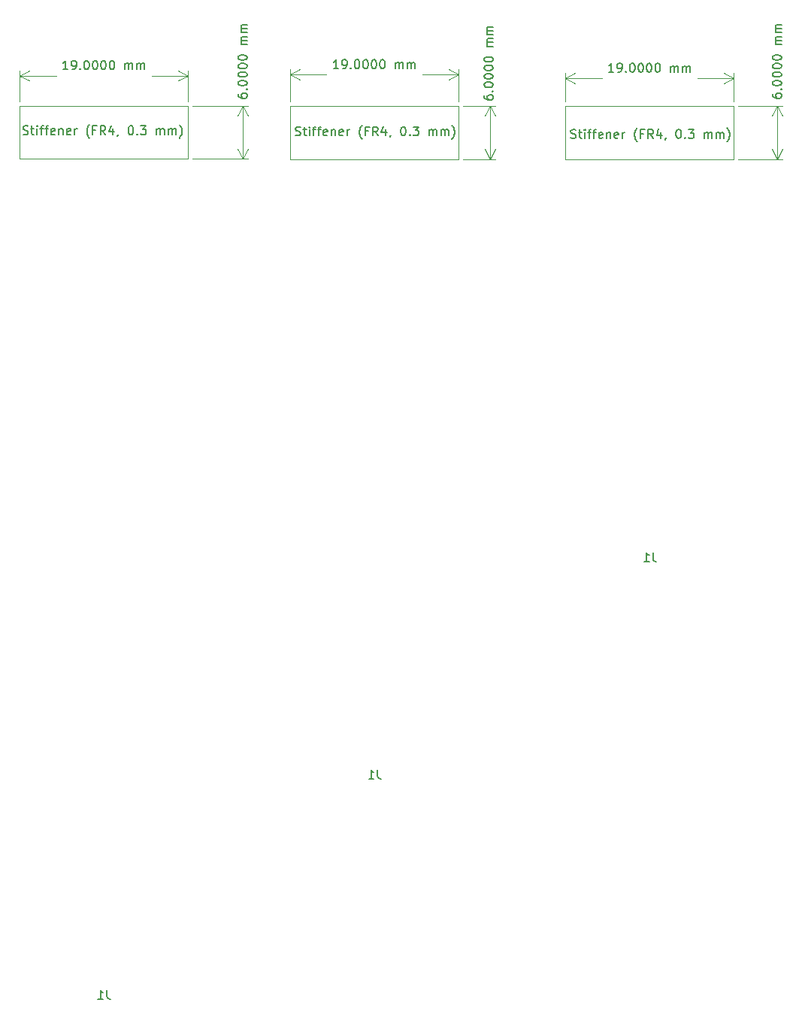
<source format=gbr>
%TF.GenerationSoftware,KiCad,Pcbnew,(6.0.0)*%
%TF.CreationDate,2022-03-28T07:33:37-07:00*%
%TF.ProjectId,flex-24_panel,666c6578-2d32-4345-9f70-616e656c2e6b,A*%
%TF.SameCoordinates,Original*%
%TF.FileFunction,AssemblyDrawing,Bot*%
%FSLAX46Y46*%
G04 Gerber Fmt 4.6, Leading zero omitted, Abs format (unit mm)*
G04 Created by KiCad (PCBNEW (6.0.0)) date 2022-03-28 07:33:37*
%MOMM*%
%LPD*%
G01*
G04 APERTURE LIST*
%ADD10C,0.150000*%
%ADD11C,0.100000*%
G04 APERTURE END LIST*
D10*
X131352380Y-40866666D02*
X131352380Y-41057142D01*
X131400000Y-41152380D01*
X131447619Y-41200000D01*
X131590476Y-41295238D01*
X131780952Y-41342857D01*
X132161904Y-41342857D01*
X132257142Y-41295238D01*
X132304761Y-41247619D01*
X132352380Y-41152380D01*
X132352380Y-40961904D01*
X132304761Y-40866666D01*
X132257142Y-40819047D01*
X132161904Y-40771428D01*
X131923809Y-40771428D01*
X131828571Y-40819047D01*
X131780952Y-40866666D01*
X131733333Y-40961904D01*
X131733333Y-41152380D01*
X131780952Y-41247619D01*
X131828571Y-41295238D01*
X131923809Y-41342857D01*
X132257142Y-40342857D02*
X132304761Y-40295238D01*
X132352380Y-40342857D01*
X132304761Y-40390476D01*
X132257142Y-40342857D01*
X132352380Y-40342857D01*
X131352380Y-39676190D02*
X131352380Y-39580952D01*
X131400000Y-39485714D01*
X131447619Y-39438095D01*
X131542857Y-39390476D01*
X131733333Y-39342857D01*
X131971428Y-39342857D01*
X132161904Y-39390476D01*
X132257142Y-39438095D01*
X132304761Y-39485714D01*
X132352380Y-39580952D01*
X132352380Y-39676190D01*
X132304761Y-39771428D01*
X132257142Y-39819047D01*
X132161904Y-39866666D01*
X131971428Y-39914285D01*
X131733333Y-39914285D01*
X131542857Y-39866666D01*
X131447619Y-39819047D01*
X131400000Y-39771428D01*
X131352380Y-39676190D01*
X131352380Y-38723809D02*
X131352380Y-38628571D01*
X131400000Y-38533333D01*
X131447619Y-38485714D01*
X131542857Y-38438095D01*
X131733333Y-38390476D01*
X131971428Y-38390476D01*
X132161904Y-38438095D01*
X132257142Y-38485714D01*
X132304761Y-38533333D01*
X132352380Y-38628571D01*
X132352380Y-38723809D01*
X132304761Y-38819047D01*
X132257142Y-38866666D01*
X132161904Y-38914285D01*
X131971428Y-38961904D01*
X131733333Y-38961904D01*
X131542857Y-38914285D01*
X131447619Y-38866666D01*
X131400000Y-38819047D01*
X131352380Y-38723809D01*
X131352380Y-37771428D02*
X131352380Y-37676190D01*
X131400000Y-37580952D01*
X131447619Y-37533333D01*
X131542857Y-37485714D01*
X131733333Y-37438095D01*
X131971428Y-37438095D01*
X132161904Y-37485714D01*
X132257142Y-37533333D01*
X132304761Y-37580952D01*
X132352380Y-37676190D01*
X132352380Y-37771428D01*
X132304761Y-37866666D01*
X132257142Y-37914285D01*
X132161904Y-37961904D01*
X131971428Y-38009523D01*
X131733333Y-38009523D01*
X131542857Y-37961904D01*
X131447619Y-37914285D01*
X131400000Y-37866666D01*
X131352380Y-37771428D01*
X131352380Y-36819047D02*
X131352380Y-36723809D01*
X131400000Y-36628571D01*
X131447619Y-36580952D01*
X131542857Y-36533333D01*
X131733333Y-36485714D01*
X131971428Y-36485714D01*
X132161904Y-36533333D01*
X132257142Y-36580952D01*
X132304761Y-36628571D01*
X132352380Y-36723809D01*
X132352380Y-36819047D01*
X132304761Y-36914285D01*
X132257142Y-36961904D01*
X132161904Y-37009523D01*
X131971428Y-37057142D01*
X131733333Y-37057142D01*
X131542857Y-37009523D01*
X131447619Y-36961904D01*
X131400000Y-36914285D01*
X131352380Y-36819047D01*
X132352380Y-35295238D02*
X131685714Y-35295238D01*
X131780952Y-35295238D02*
X131733333Y-35247619D01*
X131685714Y-35152380D01*
X131685714Y-35009523D01*
X131733333Y-34914285D01*
X131828571Y-34866666D01*
X132352380Y-34866666D01*
X131828571Y-34866666D02*
X131733333Y-34819047D01*
X131685714Y-34723809D01*
X131685714Y-34580952D01*
X131733333Y-34485714D01*
X131828571Y-34438095D01*
X132352380Y-34438095D01*
X132352380Y-33961904D02*
X131685714Y-33961904D01*
X131780952Y-33961904D02*
X131733333Y-33914285D01*
X131685714Y-33819047D01*
X131685714Y-33676190D01*
X131733333Y-33580952D01*
X131828571Y-33533333D01*
X132352380Y-33533333D01*
X131828571Y-33533333D02*
X131733333Y-33485714D01*
X131685714Y-33390476D01*
X131685714Y-33247619D01*
X131733333Y-33152380D01*
X131828571Y-33104761D01*
X132352380Y-33104761D01*
D11*
X126230000Y-42185864D02*
X132486420Y-42185864D01*
X126230000Y-48185864D02*
X132486420Y-48185864D01*
X131900000Y-42185864D02*
X131900000Y-48185864D01*
X131900000Y-42185864D02*
X131900000Y-48185864D01*
X131900000Y-42185864D02*
X131313579Y-43312368D01*
X131900000Y-42185864D02*
X132486421Y-43312368D01*
X131900000Y-48185864D02*
X132486421Y-47059360D01*
X131900000Y-48185864D02*
X131313579Y-47059360D01*
D10*
X112182380Y-38102380D02*
X111610952Y-38102380D01*
X111896666Y-38102380D02*
X111896666Y-37102380D01*
X111801428Y-37245238D01*
X111706190Y-37340476D01*
X111610952Y-37388095D01*
X112658571Y-38102380D02*
X112849047Y-38102380D01*
X112944285Y-38054761D01*
X112991904Y-38007142D01*
X113087142Y-37864285D01*
X113134761Y-37673809D01*
X113134761Y-37292857D01*
X113087142Y-37197619D01*
X113039523Y-37150000D01*
X112944285Y-37102380D01*
X112753809Y-37102380D01*
X112658571Y-37150000D01*
X112610952Y-37197619D01*
X112563333Y-37292857D01*
X112563333Y-37530952D01*
X112610952Y-37626190D01*
X112658571Y-37673809D01*
X112753809Y-37721428D01*
X112944285Y-37721428D01*
X113039523Y-37673809D01*
X113087142Y-37626190D01*
X113134761Y-37530952D01*
X113563333Y-38007142D02*
X113610952Y-38054761D01*
X113563333Y-38102380D01*
X113515714Y-38054761D01*
X113563333Y-38007142D01*
X113563333Y-38102380D01*
X114230000Y-37102380D02*
X114325238Y-37102380D01*
X114420476Y-37150000D01*
X114468095Y-37197619D01*
X114515714Y-37292857D01*
X114563333Y-37483333D01*
X114563333Y-37721428D01*
X114515714Y-37911904D01*
X114468095Y-38007142D01*
X114420476Y-38054761D01*
X114325238Y-38102380D01*
X114230000Y-38102380D01*
X114134761Y-38054761D01*
X114087142Y-38007142D01*
X114039523Y-37911904D01*
X113991904Y-37721428D01*
X113991904Y-37483333D01*
X114039523Y-37292857D01*
X114087142Y-37197619D01*
X114134761Y-37150000D01*
X114230000Y-37102380D01*
X115182380Y-37102380D02*
X115277619Y-37102380D01*
X115372857Y-37150000D01*
X115420476Y-37197619D01*
X115468095Y-37292857D01*
X115515714Y-37483333D01*
X115515714Y-37721428D01*
X115468095Y-37911904D01*
X115420476Y-38007142D01*
X115372857Y-38054761D01*
X115277619Y-38102380D01*
X115182380Y-38102380D01*
X115087142Y-38054761D01*
X115039523Y-38007142D01*
X114991904Y-37911904D01*
X114944285Y-37721428D01*
X114944285Y-37483333D01*
X114991904Y-37292857D01*
X115039523Y-37197619D01*
X115087142Y-37150000D01*
X115182380Y-37102380D01*
X116134761Y-37102380D02*
X116230000Y-37102380D01*
X116325238Y-37150000D01*
X116372857Y-37197619D01*
X116420476Y-37292857D01*
X116468095Y-37483333D01*
X116468095Y-37721428D01*
X116420476Y-37911904D01*
X116372857Y-38007142D01*
X116325238Y-38054761D01*
X116230000Y-38102380D01*
X116134761Y-38102380D01*
X116039523Y-38054761D01*
X115991904Y-38007142D01*
X115944285Y-37911904D01*
X115896666Y-37721428D01*
X115896666Y-37483333D01*
X115944285Y-37292857D01*
X115991904Y-37197619D01*
X116039523Y-37150000D01*
X116134761Y-37102380D01*
X117087142Y-37102380D02*
X117182380Y-37102380D01*
X117277619Y-37150000D01*
X117325238Y-37197619D01*
X117372857Y-37292857D01*
X117420476Y-37483333D01*
X117420476Y-37721428D01*
X117372857Y-37911904D01*
X117325238Y-38007142D01*
X117277619Y-38054761D01*
X117182380Y-38102380D01*
X117087142Y-38102380D01*
X116991904Y-38054761D01*
X116944285Y-38007142D01*
X116896666Y-37911904D01*
X116849047Y-37721428D01*
X116849047Y-37483333D01*
X116896666Y-37292857D01*
X116944285Y-37197619D01*
X116991904Y-37150000D01*
X117087142Y-37102380D01*
X118610952Y-38102380D02*
X118610952Y-37435714D01*
X118610952Y-37530952D02*
X118658571Y-37483333D01*
X118753809Y-37435714D01*
X118896666Y-37435714D01*
X118991904Y-37483333D01*
X119039523Y-37578571D01*
X119039523Y-38102380D01*
X119039523Y-37578571D02*
X119087142Y-37483333D01*
X119182380Y-37435714D01*
X119325238Y-37435714D01*
X119420476Y-37483333D01*
X119468095Y-37578571D01*
X119468095Y-38102380D01*
X119944285Y-38102380D02*
X119944285Y-37435714D01*
X119944285Y-37530952D02*
X119991904Y-37483333D01*
X120087142Y-37435714D01*
X120230000Y-37435714D01*
X120325238Y-37483333D01*
X120372857Y-37578571D01*
X120372857Y-38102380D01*
X120372857Y-37578571D02*
X120420476Y-37483333D01*
X120515714Y-37435714D01*
X120658571Y-37435714D01*
X120753809Y-37483333D01*
X120801428Y-37578571D01*
X120801428Y-38102380D01*
D11*
X106730000Y-41685864D02*
X106730000Y-38213580D01*
X125730000Y-41685864D02*
X125730000Y-38213580D01*
X106730000Y-38800000D02*
X110845476Y-38800000D01*
X121614524Y-38800000D02*
X125730000Y-38800000D01*
X106730000Y-38800000D02*
X107856504Y-39386421D01*
X106730000Y-38800000D02*
X107856504Y-38213579D01*
X125730000Y-38800000D02*
X124603496Y-38213579D01*
X125730000Y-38800000D02*
X124603496Y-39386421D01*
D10*
X142652380Y-38002380D02*
X142080952Y-38002380D01*
X142366666Y-38002380D02*
X142366666Y-37002380D01*
X142271428Y-37145238D01*
X142176190Y-37240476D01*
X142080952Y-37288095D01*
X143128571Y-38002380D02*
X143319047Y-38002380D01*
X143414285Y-37954761D01*
X143461904Y-37907142D01*
X143557142Y-37764285D01*
X143604761Y-37573809D01*
X143604761Y-37192857D01*
X143557142Y-37097619D01*
X143509523Y-37050000D01*
X143414285Y-37002380D01*
X143223809Y-37002380D01*
X143128571Y-37050000D01*
X143080952Y-37097619D01*
X143033333Y-37192857D01*
X143033333Y-37430952D01*
X143080952Y-37526190D01*
X143128571Y-37573809D01*
X143223809Y-37621428D01*
X143414285Y-37621428D01*
X143509523Y-37573809D01*
X143557142Y-37526190D01*
X143604761Y-37430952D01*
X144033333Y-37907142D02*
X144080952Y-37954761D01*
X144033333Y-38002380D01*
X143985714Y-37954761D01*
X144033333Y-37907142D01*
X144033333Y-38002380D01*
X144700000Y-37002380D02*
X144795238Y-37002380D01*
X144890476Y-37050000D01*
X144938095Y-37097619D01*
X144985714Y-37192857D01*
X145033333Y-37383333D01*
X145033333Y-37621428D01*
X144985714Y-37811904D01*
X144938095Y-37907142D01*
X144890476Y-37954761D01*
X144795238Y-38002380D01*
X144700000Y-38002380D01*
X144604761Y-37954761D01*
X144557142Y-37907142D01*
X144509523Y-37811904D01*
X144461904Y-37621428D01*
X144461904Y-37383333D01*
X144509523Y-37192857D01*
X144557142Y-37097619D01*
X144604761Y-37050000D01*
X144700000Y-37002380D01*
X145652380Y-37002380D02*
X145747619Y-37002380D01*
X145842857Y-37050000D01*
X145890476Y-37097619D01*
X145938095Y-37192857D01*
X145985714Y-37383333D01*
X145985714Y-37621428D01*
X145938095Y-37811904D01*
X145890476Y-37907142D01*
X145842857Y-37954761D01*
X145747619Y-38002380D01*
X145652380Y-38002380D01*
X145557142Y-37954761D01*
X145509523Y-37907142D01*
X145461904Y-37811904D01*
X145414285Y-37621428D01*
X145414285Y-37383333D01*
X145461904Y-37192857D01*
X145509523Y-37097619D01*
X145557142Y-37050000D01*
X145652380Y-37002380D01*
X146604761Y-37002380D02*
X146700000Y-37002380D01*
X146795238Y-37050000D01*
X146842857Y-37097619D01*
X146890476Y-37192857D01*
X146938095Y-37383333D01*
X146938095Y-37621428D01*
X146890476Y-37811904D01*
X146842857Y-37907142D01*
X146795238Y-37954761D01*
X146700000Y-38002380D01*
X146604761Y-38002380D01*
X146509523Y-37954761D01*
X146461904Y-37907142D01*
X146414285Y-37811904D01*
X146366666Y-37621428D01*
X146366666Y-37383333D01*
X146414285Y-37192857D01*
X146461904Y-37097619D01*
X146509523Y-37050000D01*
X146604761Y-37002380D01*
X147557142Y-37002380D02*
X147652380Y-37002380D01*
X147747619Y-37050000D01*
X147795238Y-37097619D01*
X147842857Y-37192857D01*
X147890476Y-37383333D01*
X147890476Y-37621428D01*
X147842857Y-37811904D01*
X147795238Y-37907142D01*
X147747619Y-37954761D01*
X147652380Y-38002380D01*
X147557142Y-38002380D01*
X147461904Y-37954761D01*
X147414285Y-37907142D01*
X147366666Y-37811904D01*
X147319047Y-37621428D01*
X147319047Y-37383333D01*
X147366666Y-37192857D01*
X147414285Y-37097619D01*
X147461904Y-37050000D01*
X147557142Y-37002380D01*
X149080952Y-38002380D02*
X149080952Y-37335714D01*
X149080952Y-37430952D02*
X149128571Y-37383333D01*
X149223809Y-37335714D01*
X149366666Y-37335714D01*
X149461904Y-37383333D01*
X149509523Y-37478571D01*
X149509523Y-38002380D01*
X149509523Y-37478571D02*
X149557142Y-37383333D01*
X149652380Y-37335714D01*
X149795238Y-37335714D01*
X149890476Y-37383333D01*
X149938095Y-37478571D01*
X149938095Y-38002380D01*
X150414285Y-38002380D02*
X150414285Y-37335714D01*
X150414285Y-37430952D02*
X150461904Y-37383333D01*
X150557142Y-37335714D01*
X150700000Y-37335714D01*
X150795238Y-37383333D01*
X150842857Y-37478571D01*
X150842857Y-38002380D01*
X150842857Y-37478571D02*
X150890476Y-37383333D01*
X150985714Y-37335714D01*
X151128571Y-37335714D01*
X151223809Y-37383333D01*
X151271428Y-37478571D01*
X151271428Y-38002380D01*
D11*
X137200000Y-41700000D02*
X137200000Y-38113580D01*
X156200000Y-41700000D02*
X156200000Y-38113580D01*
X137200000Y-38700000D02*
X141315476Y-38700000D01*
X152084524Y-38700000D02*
X156200000Y-38700000D01*
X137200000Y-38700000D02*
X138326504Y-39286421D01*
X137200000Y-38700000D02*
X138326504Y-38113579D01*
X156200000Y-38700000D02*
X155073496Y-38113579D01*
X156200000Y-38700000D02*
X155073496Y-39286421D01*
D10*
X159052380Y-41066666D02*
X159052380Y-41257142D01*
X159100000Y-41352380D01*
X159147619Y-41400000D01*
X159290476Y-41495238D01*
X159480952Y-41542857D01*
X159861904Y-41542857D01*
X159957142Y-41495238D01*
X160004761Y-41447619D01*
X160052380Y-41352380D01*
X160052380Y-41161904D01*
X160004761Y-41066666D01*
X159957142Y-41019047D01*
X159861904Y-40971428D01*
X159623809Y-40971428D01*
X159528571Y-41019047D01*
X159480952Y-41066666D01*
X159433333Y-41161904D01*
X159433333Y-41352380D01*
X159480952Y-41447619D01*
X159528571Y-41495238D01*
X159623809Y-41542857D01*
X159957142Y-40542857D02*
X160004761Y-40495238D01*
X160052380Y-40542857D01*
X160004761Y-40590476D01*
X159957142Y-40542857D01*
X160052380Y-40542857D01*
X159052380Y-39876190D02*
X159052380Y-39780952D01*
X159100000Y-39685714D01*
X159147619Y-39638095D01*
X159242857Y-39590476D01*
X159433333Y-39542857D01*
X159671428Y-39542857D01*
X159861904Y-39590476D01*
X159957142Y-39638095D01*
X160004761Y-39685714D01*
X160052380Y-39780952D01*
X160052380Y-39876190D01*
X160004761Y-39971428D01*
X159957142Y-40019047D01*
X159861904Y-40066666D01*
X159671428Y-40114285D01*
X159433333Y-40114285D01*
X159242857Y-40066666D01*
X159147619Y-40019047D01*
X159100000Y-39971428D01*
X159052380Y-39876190D01*
X159052380Y-38923809D02*
X159052380Y-38828571D01*
X159100000Y-38733333D01*
X159147619Y-38685714D01*
X159242857Y-38638095D01*
X159433333Y-38590476D01*
X159671428Y-38590476D01*
X159861904Y-38638095D01*
X159957142Y-38685714D01*
X160004761Y-38733333D01*
X160052380Y-38828571D01*
X160052380Y-38923809D01*
X160004761Y-39019047D01*
X159957142Y-39066666D01*
X159861904Y-39114285D01*
X159671428Y-39161904D01*
X159433333Y-39161904D01*
X159242857Y-39114285D01*
X159147619Y-39066666D01*
X159100000Y-39019047D01*
X159052380Y-38923809D01*
X159052380Y-37971428D02*
X159052380Y-37876190D01*
X159100000Y-37780952D01*
X159147619Y-37733333D01*
X159242857Y-37685714D01*
X159433333Y-37638095D01*
X159671428Y-37638095D01*
X159861904Y-37685714D01*
X159957142Y-37733333D01*
X160004761Y-37780952D01*
X160052380Y-37876190D01*
X160052380Y-37971428D01*
X160004761Y-38066666D01*
X159957142Y-38114285D01*
X159861904Y-38161904D01*
X159671428Y-38209523D01*
X159433333Y-38209523D01*
X159242857Y-38161904D01*
X159147619Y-38114285D01*
X159100000Y-38066666D01*
X159052380Y-37971428D01*
X159052380Y-37019047D02*
X159052380Y-36923809D01*
X159100000Y-36828571D01*
X159147619Y-36780952D01*
X159242857Y-36733333D01*
X159433333Y-36685714D01*
X159671428Y-36685714D01*
X159861904Y-36733333D01*
X159957142Y-36780952D01*
X160004761Y-36828571D01*
X160052380Y-36923809D01*
X160052380Y-37019047D01*
X160004761Y-37114285D01*
X159957142Y-37161904D01*
X159861904Y-37209523D01*
X159671428Y-37257142D01*
X159433333Y-37257142D01*
X159242857Y-37209523D01*
X159147619Y-37161904D01*
X159100000Y-37114285D01*
X159052380Y-37019047D01*
X160052380Y-35495238D02*
X159385714Y-35495238D01*
X159480952Y-35495238D02*
X159433333Y-35447619D01*
X159385714Y-35352380D01*
X159385714Y-35209523D01*
X159433333Y-35114285D01*
X159528571Y-35066666D01*
X160052380Y-35066666D01*
X159528571Y-35066666D02*
X159433333Y-35019047D01*
X159385714Y-34923809D01*
X159385714Y-34780952D01*
X159433333Y-34685714D01*
X159528571Y-34638095D01*
X160052380Y-34638095D01*
X160052380Y-34161904D02*
X159385714Y-34161904D01*
X159480952Y-34161904D02*
X159433333Y-34114285D01*
X159385714Y-34019047D01*
X159385714Y-33876190D01*
X159433333Y-33780952D01*
X159528571Y-33733333D01*
X160052380Y-33733333D01*
X159528571Y-33733333D02*
X159433333Y-33685714D01*
X159385714Y-33590476D01*
X159385714Y-33447619D01*
X159433333Y-33352380D01*
X159528571Y-33304761D01*
X160052380Y-33304761D01*
D11*
X156700000Y-42200000D02*
X160286420Y-42200000D01*
X156700000Y-48200000D02*
X160286420Y-48200000D01*
X159700000Y-42308333D02*
X159700000Y-48200000D01*
X159700000Y-42200000D02*
X159113579Y-43326504D01*
X159700000Y-42200000D02*
X160286421Y-43326504D01*
X159700000Y-48200000D02*
X160286421Y-47073496D01*
X159700000Y-48200000D02*
X159113579Y-47073496D01*
D10*
X173652380Y-38402380D02*
X173080952Y-38402380D01*
X173366666Y-38402380D02*
X173366666Y-37402380D01*
X173271428Y-37545238D01*
X173176190Y-37640476D01*
X173080952Y-37688095D01*
X174128571Y-38402380D02*
X174319047Y-38402380D01*
X174414285Y-38354761D01*
X174461904Y-38307142D01*
X174557142Y-38164285D01*
X174604761Y-37973809D01*
X174604761Y-37592857D01*
X174557142Y-37497619D01*
X174509523Y-37450000D01*
X174414285Y-37402380D01*
X174223809Y-37402380D01*
X174128571Y-37450000D01*
X174080952Y-37497619D01*
X174033333Y-37592857D01*
X174033333Y-37830952D01*
X174080952Y-37926190D01*
X174128571Y-37973809D01*
X174223809Y-38021428D01*
X174414285Y-38021428D01*
X174509523Y-37973809D01*
X174557142Y-37926190D01*
X174604761Y-37830952D01*
X175033333Y-38307142D02*
X175080952Y-38354761D01*
X175033333Y-38402380D01*
X174985714Y-38354761D01*
X175033333Y-38307142D01*
X175033333Y-38402380D01*
X175700000Y-37402380D02*
X175795238Y-37402380D01*
X175890476Y-37450000D01*
X175938095Y-37497619D01*
X175985714Y-37592857D01*
X176033333Y-37783333D01*
X176033333Y-38021428D01*
X175985714Y-38211904D01*
X175938095Y-38307142D01*
X175890476Y-38354761D01*
X175795238Y-38402380D01*
X175700000Y-38402380D01*
X175604761Y-38354761D01*
X175557142Y-38307142D01*
X175509523Y-38211904D01*
X175461904Y-38021428D01*
X175461904Y-37783333D01*
X175509523Y-37592857D01*
X175557142Y-37497619D01*
X175604761Y-37450000D01*
X175700000Y-37402380D01*
X176652380Y-37402380D02*
X176747619Y-37402380D01*
X176842857Y-37450000D01*
X176890476Y-37497619D01*
X176938095Y-37592857D01*
X176985714Y-37783333D01*
X176985714Y-38021428D01*
X176938095Y-38211904D01*
X176890476Y-38307142D01*
X176842857Y-38354761D01*
X176747619Y-38402380D01*
X176652380Y-38402380D01*
X176557142Y-38354761D01*
X176509523Y-38307142D01*
X176461904Y-38211904D01*
X176414285Y-38021428D01*
X176414285Y-37783333D01*
X176461904Y-37592857D01*
X176509523Y-37497619D01*
X176557142Y-37450000D01*
X176652380Y-37402380D01*
X177604761Y-37402380D02*
X177700000Y-37402380D01*
X177795238Y-37450000D01*
X177842857Y-37497619D01*
X177890476Y-37592857D01*
X177938095Y-37783333D01*
X177938095Y-38021428D01*
X177890476Y-38211904D01*
X177842857Y-38307142D01*
X177795238Y-38354761D01*
X177700000Y-38402380D01*
X177604761Y-38402380D01*
X177509523Y-38354761D01*
X177461904Y-38307142D01*
X177414285Y-38211904D01*
X177366666Y-38021428D01*
X177366666Y-37783333D01*
X177414285Y-37592857D01*
X177461904Y-37497619D01*
X177509523Y-37450000D01*
X177604761Y-37402380D01*
X178557142Y-37402380D02*
X178652380Y-37402380D01*
X178747619Y-37450000D01*
X178795238Y-37497619D01*
X178842857Y-37592857D01*
X178890476Y-37783333D01*
X178890476Y-38021428D01*
X178842857Y-38211904D01*
X178795238Y-38307142D01*
X178747619Y-38354761D01*
X178652380Y-38402380D01*
X178557142Y-38402380D01*
X178461904Y-38354761D01*
X178414285Y-38307142D01*
X178366666Y-38211904D01*
X178319047Y-38021428D01*
X178319047Y-37783333D01*
X178366666Y-37592857D01*
X178414285Y-37497619D01*
X178461904Y-37450000D01*
X178557142Y-37402380D01*
X180080952Y-38402380D02*
X180080952Y-37735714D01*
X180080952Y-37830952D02*
X180128571Y-37783333D01*
X180223809Y-37735714D01*
X180366666Y-37735714D01*
X180461904Y-37783333D01*
X180509523Y-37878571D01*
X180509523Y-38402380D01*
X180509523Y-37878571D02*
X180557142Y-37783333D01*
X180652380Y-37735714D01*
X180795238Y-37735714D01*
X180890476Y-37783333D01*
X180938095Y-37878571D01*
X180938095Y-38402380D01*
X181414285Y-38402380D02*
X181414285Y-37735714D01*
X181414285Y-37830952D02*
X181461904Y-37783333D01*
X181557142Y-37735714D01*
X181700000Y-37735714D01*
X181795238Y-37783333D01*
X181842857Y-37878571D01*
X181842857Y-38402380D01*
X181842857Y-37878571D02*
X181890476Y-37783333D01*
X181985714Y-37735714D01*
X182128571Y-37735714D01*
X182223809Y-37783333D01*
X182271428Y-37878571D01*
X182271428Y-38402380D01*
D11*
X168200000Y-41700000D02*
X168200000Y-38513580D01*
X187200000Y-41700000D02*
X187200000Y-38513580D01*
X168200000Y-39100000D02*
X172315476Y-39100000D01*
X183084524Y-39100000D02*
X187200000Y-39100000D01*
X168200000Y-39100000D02*
X169326504Y-39686421D01*
X168200000Y-39100000D02*
X169326504Y-38513579D01*
X187200000Y-39100000D02*
X186073496Y-38513579D01*
X187200000Y-39100000D02*
X186073496Y-39686421D01*
D10*
X191552380Y-40866666D02*
X191552380Y-41057142D01*
X191600000Y-41152380D01*
X191647619Y-41200000D01*
X191790476Y-41295238D01*
X191980952Y-41342857D01*
X192361904Y-41342857D01*
X192457142Y-41295238D01*
X192504761Y-41247619D01*
X192552380Y-41152380D01*
X192552380Y-40961904D01*
X192504761Y-40866666D01*
X192457142Y-40819047D01*
X192361904Y-40771428D01*
X192123809Y-40771428D01*
X192028571Y-40819047D01*
X191980952Y-40866666D01*
X191933333Y-40961904D01*
X191933333Y-41152380D01*
X191980952Y-41247619D01*
X192028571Y-41295238D01*
X192123809Y-41342857D01*
X192457142Y-40342857D02*
X192504761Y-40295238D01*
X192552380Y-40342857D01*
X192504761Y-40390476D01*
X192457142Y-40342857D01*
X192552380Y-40342857D01*
X191552380Y-39676190D02*
X191552380Y-39580952D01*
X191600000Y-39485714D01*
X191647619Y-39438095D01*
X191742857Y-39390476D01*
X191933333Y-39342857D01*
X192171428Y-39342857D01*
X192361904Y-39390476D01*
X192457142Y-39438095D01*
X192504761Y-39485714D01*
X192552380Y-39580952D01*
X192552380Y-39676190D01*
X192504761Y-39771428D01*
X192457142Y-39819047D01*
X192361904Y-39866666D01*
X192171428Y-39914285D01*
X191933333Y-39914285D01*
X191742857Y-39866666D01*
X191647619Y-39819047D01*
X191600000Y-39771428D01*
X191552380Y-39676190D01*
X191552380Y-38723809D02*
X191552380Y-38628571D01*
X191600000Y-38533333D01*
X191647619Y-38485714D01*
X191742857Y-38438095D01*
X191933333Y-38390476D01*
X192171428Y-38390476D01*
X192361904Y-38438095D01*
X192457142Y-38485714D01*
X192504761Y-38533333D01*
X192552380Y-38628571D01*
X192552380Y-38723809D01*
X192504761Y-38819047D01*
X192457142Y-38866666D01*
X192361904Y-38914285D01*
X192171428Y-38961904D01*
X191933333Y-38961904D01*
X191742857Y-38914285D01*
X191647619Y-38866666D01*
X191600000Y-38819047D01*
X191552380Y-38723809D01*
X191552380Y-37771428D02*
X191552380Y-37676190D01*
X191600000Y-37580952D01*
X191647619Y-37533333D01*
X191742857Y-37485714D01*
X191933333Y-37438095D01*
X192171428Y-37438095D01*
X192361904Y-37485714D01*
X192457142Y-37533333D01*
X192504761Y-37580952D01*
X192552380Y-37676190D01*
X192552380Y-37771428D01*
X192504761Y-37866666D01*
X192457142Y-37914285D01*
X192361904Y-37961904D01*
X192171428Y-38009523D01*
X191933333Y-38009523D01*
X191742857Y-37961904D01*
X191647619Y-37914285D01*
X191600000Y-37866666D01*
X191552380Y-37771428D01*
X191552380Y-36819047D02*
X191552380Y-36723809D01*
X191600000Y-36628571D01*
X191647619Y-36580952D01*
X191742857Y-36533333D01*
X191933333Y-36485714D01*
X192171428Y-36485714D01*
X192361904Y-36533333D01*
X192457142Y-36580952D01*
X192504761Y-36628571D01*
X192552380Y-36723809D01*
X192552380Y-36819047D01*
X192504761Y-36914285D01*
X192457142Y-36961904D01*
X192361904Y-37009523D01*
X192171428Y-37057142D01*
X191933333Y-37057142D01*
X191742857Y-37009523D01*
X191647619Y-36961904D01*
X191600000Y-36914285D01*
X191552380Y-36819047D01*
X192552380Y-35295238D02*
X191885714Y-35295238D01*
X191980952Y-35295238D02*
X191933333Y-35247619D01*
X191885714Y-35152380D01*
X191885714Y-35009523D01*
X191933333Y-34914285D01*
X192028571Y-34866666D01*
X192552380Y-34866666D01*
X192028571Y-34866666D02*
X191933333Y-34819047D01*
X191885714Y-34723809D01*
X191885714Y-34580952D01*
X191933333Y-34485714D01*
X192028571Y-34438095D01*
X192552380Y-34438095D01*
X192552380Y-33961904D02*
X191885714Y-33961904D01*
X191980952Y-33961904D02*
X191933333Y-33914285D01*
X191885714Y-33819047D01*
X191885714Y-33676190D01*
X191933333Y-33580952D01*
X192028571Y-33533333D01*
X192552380Y-33533333D01*
X192028571Y-33533333D02*
X191933333Y-33485714D01*
X191885714Y-33390476D01*
X191885714Y-33247619D01*
X191933333Y-33152380D01*
X192028571Y-33104761D01*
X192552380Y-33104761D01*
D11*
X187700000Y-42200000D02*
X192686420Y-42200000D01*
X187700000Y-48200000D02*
X192686420Y-48200000D01*
X192100000Y-42200000D02*
X192100000Y-48200000D01*
X192100000Y-42200000D02*
X192100000Y-48200000D01*
X192100000Y-42200000D02*
X191513579Y-43326504D01*
X192100000Y-42200000D02*
X192686421Y-43326504D01*
X192100000Y-48200000D02*
X192686421Y-47073496D01*
X192100000Y-48200000D02*
X191513579Y-47073496D01*
D10*
X168823809Y-45804761D02*
X168966666Y-45852380D01*
X169204761Y-45852380D01*
X169300000Y-45804761D01*
X169347619Y-45757142D01*
X169395238Y-45661904D01*
X169395238Y-45566666D01*
X169347619Y-45471428D01*
X169300000Y-45423809D01*
X169204761Y-45376190D01*
X169014285Y-45328571D01*
X168919047Y-45280952D01*
X168871428Y-45233333D01*
X168823809Y-45138095D01*
X168823809Y-45042857D01*
X168871428Y-44947619D01*
X168919047Y-44900000D01*
X169014285Y-44852380D01*
X169252380Y-44852380D01*
X169395238Y-44900000D01*
X169680952Y-45185714D02*
X170061904Y-45185714D01*
X169823809Y-44852380D02*
X169823809Y-45709523D01*
X169871428Y-45804761D01*
X169966666Y-45852380D01*
X170061904Y-45852380D01*
X170395238Y-45852380D02*
X170395238Y-45185714D01*
X170395238Y-44852380D02*
X170347619Y-44900000D01*
X170395238Y-44947619D01*
X170442857Y-44900000D01*
X170395238Y-44852380D01*
X170395238Y-44947619D01*
X170728571Y-45185714D02*
X171109523Y-45185714D01*
X170871428Y-45852380D02*
X170871428Y-44995238D01*
X170919047Y-44900000D01*
X171014285Y-44852380D01*
X171109523Y-44852380D01*
X171300000Y-45185714D02*
X171680952Y-45185714D01*
X171442857Y-45852380D02*
X171442857Y-44995238D01*
X171490476Y-44900000D01*
X171585714Y-44852380D01*
X171680952Y-44852380D01*
X172395238Y-45804761D02*
X172300000Y-45852380D01*
X172109523Y-45852380D01*
X172014285Y-45804761D01*
X171966666Y-45709523D01*
X171966666Y-45328571D01*
X172014285Y-45233333D01*
X172109523Y-45185714D01*
X172300000Y-45185714D01*
X172395238Y-45233333D01*
X172442857Y-45328571D01*
X172442857Y-45423809D01*
X171966666Y-45519047D01*
X172871428Y-45185714D02*
X172871428Y-45852380D01*
X172871428Y-45280952D02*
X172919047Y-45233333D01*
X173014285Y-45185714D01*
X173157142Y-45185714D01*
X173252380Y-45233333D01*
X173300000Y-45328571D01*
X173300000Y-45852380D01*
X174157142Y-45804761D02*
X174061904Y-45852380D01*
X173871428Y-45852380D01*
X173776190Y-45804761D01*
X173728571Y-45709523D01*
X173728571Y-45328571D01*
X173776190Y-45233333D01*
X173871428Y-45185714D01*
X174061904Y-45185714D01*
X174157142Y-45233333D01*
X174204761Y-45328571D01*
X174204761Y-45423809D01*
X173728571Y-45519047D01*
X174633333Y-45852380D02*
X174633333Y-45185714D01*
X174633333Y-45376190D02*
X174680952Y-45280952D01*
X174728571Y-45233333D01*
X174823809Y-45185714D01*
X174919047Y-45185714D01*
X176300000Y-46233333D02*
X176252380Y-46185714D01*
X176157142Y-46042857D01*
X176109523Y-45947619D01*
X176061904Y-45804761D01*
X176014285Y-45566666D01*
X176014285Y-45376190D01*
X176061904Y-45138095D01*
X176109523Y-44995238D01*
X176157142Y-44900000D01*
X176252380Y-44757142D01*
X176300000Y-44709523D01*
X177014285Y-45328571D02*
X176680952Y-45328571D01*
X176680952Y-45852380D02*
X176680952Y-44852380D01*
X177157142Y-44852380D01*
X178109523Y-45852380D02*
X177776190Y-45376190D01*
X177538095Y-45852380D02*
X177538095Y-44852380D01*
X177919047Y-44852380D01*
X178014285Y-44900000D01*
X178061904Y-44947619D01*
X178109523Y-45042857D01*
X178109523Y-45185714D01*
X178061904Y-45280952D01*
X178014285Y-45328571D01*
X177919047Y-45376190D01*
X177538095Y-45376190D01*
X178966666Y-45185714D02*
X178966666Y-45852380D01*
X178728571Y-44804761D02*
X178490476Y-45519047D01*
X179109523Y-45519047D01*
X179538095Y-45804761D02*
X179538095Y-45852380D01*
X179490476Y-45947619D01*
X179442857Y-45995238D01*
X180919047Y-44852380D02*
X181014285Y-44852380D01*
X181109523Y-44900000D01*
X181157142Y-44947619D01*
X181204761Y-45042857D01*
X181252380Y-45233333D01*
X181252380Y-45471428D01*
X181204761Y-45661904D01*
X181157142Y-45757142D01*
X181109523Y-45804761D01*
X181014285Y-45852380D01*
X180919047Y-45852380D01*
X180823809Y-45804761D01*
X180776190Y-45757142D01*
X180728571Y-45661904D01*
X180680952Y-45471428D01*
X180680952Y-45233333D01*
X180728571Y-45042857D01*
X180776190Y-44947619D01*
X180823809Y-44900000D01*
X180919047Y-44852380D01*
X181680952Y-45757142D02*
X181728571Y-45804761D01*
X181680952Y-45852380D01*
X181633333Y-45804761D01*
X181680952Y-45757142D01*
X181680952Y-45852380D01*
X182061904Y-44852380D02*
X182680952Y-44852380D01*
X182347619Y-45233333D01*
X182490476Y-45233333D01*
X182585714Y-45280952D01*
X182633333Y-45328571D01*
X182680952Y-45423809D01*
X182680952Y-45661904D01*
X182633333Y-45757142D01*
X182585714Y-45804761D01*
X182490476Y-45852380D01*
X182204761Y-45852380D01*
X182109523Y-45804761D01*
X182061904Y-45757142D01*
X183871428Y-45852380D02*
X183871428Y-45185714D01*
X183871428Y-45280952D02*
X183919047Y-45233333D01*
X184014285Y-45185714D01*
X184157142Y-45185714D01*
X184252380Y-45233333D01*
X184300000Y-45328571D01*
X184300000Y-45852380D01*
X184300000Y-45328571D02*
X184347619Y-45233333D01*
X184442857Y-45185714D01*
X184585714Y-45185714D01*
X184680952Y-45233333D01*
X184728571Y-45328571D01*
X184728571Y-45852380D01*
X185204761Y-45852380D02*
X185204761Y-45185714D01*
X185204761Y-45280952D02*
X185252380Y-45233333D01*
X185347619Y-45185714D01*
X185490476Y-45185714D01*
X185585714Y-45233333D01*
X185633333Y-45328571D01*
X185633333Y-45852380D01*
X185633333Y-45328571D02*
X185680952Y-45233333D01*
X185776190Y-45185714D01*
X185919047Y-45185714D01*
X186014285Y-45233333D01*
X186061904Y-45328571D01*
X186061904Y-45852380D01*
X186442857Y-46233333D02*
X186490476Y-46185714D01*
X186585714Y-46042857D01*
X186633333Y-45947619D01*
X186680952Y-45804761D01*
X186728571Y-45566666D01*
X186728571Y-45376190D01*
X186680952Y-45138095D01*
X186633333Y-44995238D01*
X186585714Y-44900000D01*
X186490476Y-44757142D01*
X186442857Y-44709523D01*
X137823809Y-45504761D02*
X137966666Y-45552380D01*
X138204761Y-45552380D01*
X138300000Y-45504761D01*
X138347619Y-45457142D01*
X138395238Y-45361904D01*
X138395238Y-45266666D01*
X138347619Y-45171428D01*
X138300000Y-45123809D01*
X138204761Y-45076190D01*
X138014285Y-45028571D01*
X137919047Y-44980952D01*
X137871428Y-44933333D01*
X137823809Y-44838095D01*
X137823809Y-44742857D01*
X137871428Y-44647619D01*
X137919047Y-44600000D01*
X138014285Y-44552380D01*
X138252380Y-44552380D01*
X138395238Y-44600000D01*
X138680952Y-44885714D02*
X139061904Y-44885714D01*
X138823809Y-44552380D02*
X138823809Y-45409523D01*
X138871428Y-45504761D01*
X138966666Y-45552380D01*
X139061904Y-45552380D01*
X139395238Y-45552380D02*
X139395238Y-44885714D01*
X139395238Y-44552380D02*
X139347619Y-44600000D01*
X139395238Y-44647619D01*
X139442857Y-44600000D01*
X139395238Y-44552380D01*
X139395238Y-44647619D01*
X139728571Y-44885714D02*
X140109523Y-44885714D01*
X139871428Y-45552380D02*
X139871428Y-44695238D01*
X139919047Y-44600000D01*
X140014285Y-44552380D01*
X140109523Y-44552380D01*
X140300000Y-44885714D02*
X140680952Y-44885714D01*
X140442857Y-45552380D02*
X140442857Y-44695238D01*
X140490476Y-44600000D01*
X140585714Y-44552380D01*
X140680952Y-44552380D01*
X141395238Y-45504761D02*
X141300000Y-45552380D01*
X141109523Y-45552380D01*
X141014285Y-45504761D01*
X140966666Y-45409523D01*
X140966666Y-45028571D01*
X141014285Y-44933333D01*
X141109523Y-44885714D01*
X141300000Y-44885714D01*
X141395238Y-44933333D01*
X141442857Y-45028571D01*
X141442857Y-45123809D01*
X140966666Y-45219047D01*
X141871428Y-44885714D02*
X141871428Y-45552380D01*
X141871428Y-44980952D02*
X141919047Y-44933333D01*
X142014285Y-44885714D01*
X142157142Y-44885714D01*
X142252380Y-44933333D01*
X142300000Y-45028571D01*
X142300000Y-45552380D01*
X143157142Y-45504761D02*
X143061904Y-45552380D01*
X142871428Y-45552380D01*
X142776190Y-45504761D01*
X142728571Y-45409523D01*
X142728571Y-45028571D01*
X142776190Y-44933333D01*
X142871428Y-44885714D01*
X143061904Y-44885714D01*
X143157142Y-44933333D01*
X143204761Y-45028571D01*
X143204761Y-45123809D01*
X142728571Y-45219047D01*
X143633333Y-45552380D02*
X143633333Y-44885714D01*
X143633333Y-45076190D02*
X143680952Y-44980952D01*
X143728571Y-44933333D01*
X143823809Y-44885714D01*
X143919047Y-44885714D01*
X145300000Y-45933333D02*
X145252380Y-45885714D01*
X145157142Y-45742857D01*
X145109523Y-45647619D01*
X145061904Y-45504761D01*
X145014285Y-45266666D01*
X145014285Y-45076190D01*
X145061904Y-44838095D01*
X145109523Y-44695238D01*
X145157142Y-44600000D01*
X145252380Y-44457142D01*
X145300000Y-44409523D01*
X146014285Y-45028571D02*
X145680952Y-45028571D01*
X145680952Y-45552380D02*
X145680952Y-44552380D01*
X146157142Y-44552380D01*
X147109523Y-45552380D02*
X146776190Y-45076190D01*
X146538095Y-45552380D02*
X146538095Y-44552380D01*
X146919047Y-44552380D01*
X147014285Y-44600000D01*
X147061904Y-44647619D01*
X147109523Y-44742857D01*
X147109523Y-44885714D01*
X147061904Y-44980952D01*
X147014285Y-45028571D01*
X146919047Y-45076190D01*
X146538095Y-45076190D01*
X147966666Y-44885714D02*
X147966666Y-45552380D01*
X147728571Y-44504761D02*
X147490476Y-45219047D01*
X148109523Y-45219047D01*
X148538095Y-45504761D02*
X148538095Y-45552380D01*
X148490476Y-45647619D01*
X148442857Y-45695238D01*
X149919047Y-44552380D02*
X150014285Y-44552380D01*
X150109523Y-44600000D01*
X150157142Y-44647619D01*
X150204761Y-44742857D01*
X150252380Y-44933333D01*
X150252380Y-45171428D01*
X150204761Y-45361904D01*
X150157142Y-45457142D01*
X150109523Y-45504761D01*
X150014285Y-45552380D01*
X149919047Y-45552380D01*
X149823809Y-45504761D01*
X149776190Y-45457142D01*
X149728571Y-45361904D01*
X149680952Y-45171428D01*
X149680952Y-44933333D01*
X149728571Y-44742857D01*
X149776190Y-44647619D01*
X149823809Y-44600000D01*
X149919047Y-44552380D01*
X150680952Y-45457142D02*
X150728571Y-45504761D01*
X150680952Y-45552380D01*
X150633333Y-45504761D01*
X150680952Y-45457142D01*
X150680952Y-45552380D01*
X151061904Y-44552380D02*
X151680952Y-44552380D01*
X151347619Y-44933333D01*
X151490476Y-44933333D01*
X151585714Y-44980952D01*
X151633333Y-45028571D01*
X151680952Y-45123809D01*
X151680952Y-45361904D01*
X151633333Y-45457142D01*
X151585714Y-45504761D01*
X151490476Y-45552380D01*
X151204761Y-45552380D01*
X151109523Y-45504761D01*
X151061904Y-45457142D01*
X152871428Y-45552380D02*
X152871428Y-44885714D01*
X152871428Y-44980952D02*
X152919047Y-44933333D01*
X153014285Y-44885714D01*
X153157142Y-44885714D01*
X153252380Y-44933333D01*
X153300000Y-45028571D01*
X153300000Y-45552380D01*
X153300000Y-45028571D02*
X153347619Y-44933333D01*
X153442857Y-44885714D01*
X153585714Y-44885714D01*
X153680952Y-44933333D01*
X153728571Y-45028571D01*
X153728571Y-45552380D01*
X154204761Y-45552380D02*
X154204761Y-44885714D01*
X154204761Y-44980952D02*
X154252380Y-44933333D01*
X154347619Y-44885714D01*
X154490476Y-44885714D01*
X154585714Y-44933333D01*
X154633333Y-45028571D01*
X154633333Y-45552380D01*
X154633333Y-45028571D02*
X154680952Y-44933333D01*
X154776190Y-44885714D01*
X154919047Y-44885714D01*
X155014285Y-44933333D01*
X155061904Y-45028571D01*
X155061904Y-45552380D01*
X155442857Y-45933333D02*
X155490476Y-45885714D01*
X155585714Y-45742857D01*
X155633333Y-45647619D01*
X155680952Y-45504761D01*
X155728571Y-45266666D01*
X155728571Y-45076190D01*
X155680952Y-44838095D01*
X155633333Y-44695238D01*
X155585714Y-44600000D01*
X155490476Y-44457142D01*
X155442857Y-44409523D01*
D11*
X168200000Y-42200000D02*
X187200000Y-42200000D01*
X187200000Y-42200000D02*
X187200000Y-48200000D01*
X187200000Y-48200000D02*
X168200000Y-48200000D01*
X168200000Y-48200000D02*
X168200000Y-42200000D01*
X137200000Y-42200000D02*
X156200000Y-42200000D01*
X156200000Y-42200000D02*
X156200000Y-48200000D01*
X156200000Y-48200000D02*
X137200000Y-48200000D01*
X137200000Y-48200000D02*
X137200000Y-42200000D01*
X106730000Y-42185864D02*
X125730000Y-42185864D01*
X125730000Y-42185864D02*
X125730000Y-48185864D01*
X125730000Y-48185864D02*
X106730000Y-48185864D01*
X106730000Y-48185864D02*
X106730000Y-42185864D01*
D10*
X107123809Y-45404761D02*
X107266666Y-45452380D01*
X107504761Y-45452380D01*
X107600000Y-45404761D01*
X107647619Y-45357142D01*
X107695238Y-45261904D01*
X107695238Y-45166666D01*
X107647619Y-45071428D01*
X107600000Y-45023809D01*
X107504761Y-44976190D01*
X107314285Y-44928571D01*
X107219047Y-44880952D01*
X107171428Y-44833333D01*
X107123809Y-44738095D01*
X107123809Y-44642857D01*
X107171428Y-44547619D01*
X107219047Y-44500000D01*
X107314285Y-44452380D01*
X107552380Y-44452380D01*
X107695238Y-44500000D01*
X107980952Y-44785714D02*
X108361904Y-44785714D01*
X108123809Y-44452380D02*
X108123809Y-45309523D01*
X108171428Y-45404761D01*
X108266666Y-45452380D01*
X108361904Y-45452380D01*
X108695238Y-45452380D02*
X108695238Y-44785714D01*
X108695238Y-44452380D02*
X108647619Y-44500000D01*
X108695238Y-44547619D01*
X108742857Y-44500000D01*
X108695238Y-44452380D01*
X108695238Y-44547619D01*
X109028571Y-44785714D02*
X109409523Y-44785714D01*
X109171428Y-45452380D02*
X109171428Y-44595238D01*
X109219047Y-44500000D01*
X109314285Y-44452380D01*
X109409523Y-44452380D01*
X109600000Y-44785714D02*
X109980952Y-44785714D01*
X109742857Y-45452380D02*
X109742857Y-44595238D01*
X109790476Y-44500000D01*
X109885714Y-44452380D01*
X109980952Y-44452380D01*
X110695238Y-45404761D02*
X110600000Y-45452380D01*
X110409523Y-45452380D01*
X110314285Y-45404761D01*
X110266666Y-45309523D01*
X110266666Y-44928571D01*
X110314285Y-44833333D01*
X110409523Y-44785714D01*
X110600000Y-44785714D01*
X110695238Y-44833333D01*
X110742857Y-44928571D01*
X110742857Y-45023809D01*
X110266666Y-45119047D01*
X111171428Y-44785714D02*
X111171428Y-45452380D01*
X111171428Y-44880952D02*
X111219047Y-44833333D01*
X111314285Y-44785714D01*
X111457142Y-44785714D01*
X111552380Y-44833333D01*
X111600000Y-44928571D01*
X111600000Y-45452380D01*
X112457142Y-45404761D02*
X112361904Y-45452380D01*
X112171428Y-45452380D01*
X112076190Y-45404761D01*
X112028571Y-45309523D01*
X112028571Y-44928571D01*
X112076190Y-44833333D01*
X112171428Y-44785714D01*
X112361904Y-44785714D01*
X112457142Y-44833333D01*
X112504761Y-44928571D01*
X112504761Y-45023809D01*
X112028571Y-45119047D01*
X112933333Y-45452380D02*
X112933333Y-44785714D01*
X112933333Y-44976190D02*
X112980952Y-44880952D01*
X113028571Y-44833333D01*
X113123809Y-44785714D01*
X113219047Y-44785714D01*
X114600000Y-45833333D02*
X114552380Y-45785714D01*
X114457142Y-45642857D01*
X114409523Y-45547619D01*
X114361904Y-45404761D01*
X114314285Y-45166666D01*
X114314285Y-44976190D01*
X114361904Y-44738095D01*
X114409523Y-44595238D01*
X114457142Y-44500000D01*
X114552380Y-44357142D01*
X114600000Y-44309523D01*
X115314285Y-44928571D02*
X114980952Y-44928571D01*
X114980952Y-45452380D02*
X114980952Y-44452380D01*
X115457142Y-44452380D01*
X116409523Y-45452380D02*
X116076190Y-44976190D01*
X115838095Y-45452380D02*
X115838095Y-44452380D01*
X116219047Y-44452380D01*
X116314285Y-44500000D01*
X116361904Y-44547619D01*
X116409523Y-44642857D01*
X116409523Y-44785714D01*
X116361904Y-44880952D01*
X116314285Y-44928571D01*
X116219047Y-44976190D01*
X115838095Y-44976190D01*
X117266666Y-44785714D02*
X117266666Y-45452380D01*
X117028571Y-44404761D02*
X116790476Y-45119047D01*
X117409523Y-45119047D01*
X117838095Y-45404761D02*
X117838095Y-45452380D01*
X117790476Y-45547619D01*
X117742857Y-45595238D01*
X119219047Y-44452380D02*
X119314285Y-44452380D01*
X119409523Y-44500000D01*
X119457142Y-44547619D01*
X119504761Y-44642857D01*
X119552380Y-44833333D01*
X119552380Y-45071428D01*
X119504761Y-45261904D01*
X119457142Y-45357142D01*
X119409523Y-45404761D01*
X119314285Y-45452380D01*
X119219047Y-45452380D01*
X119123809Y-45404761D01*
X119076190Y-45357142D01*
X119028571Y-45261904D01*
X118980952Y-45071428D01*
X118980952Y-44833333D01*
X119028571Y-44642857D01*
X119076190Y-44547619D01*
X119123809Y-44500000D01*
X119219047Y-44452380D01*
X119980952Y-45357142D02*
X120028571Y-45404761D01*
X119980952Y-45452380D01*
X119933333Y-45404761D01*
X119980952Y-45357142D01*
X119980952Y-45452380D01*
X120361904Y-44452380D02*
X120980952Y-44452380D01*
X120647619Y-44833333D01*
X120790476Y-44833333D01*
X120885714Y-44880952D01*
X120933333Y-44928571D01*
X120980952Y-45023809D01*
X120980952Y-45261904D01*
X120933333Y-45357142D01*
X120885714Y-45404761D01*
X120790476Y-45452380D01*
X120504761Y-45452380D01*
X120409523Y-45404761D01*
X120361904Y-45357142D01*
X122171428Y-45452380D02*
X122171428Y-44785714D01*
X122171428Y-44880952D02*
X122219047Y-44833333D01*
X122314285Y-44785714D01*
X122457142Y-44785714D01*
X122552380Y-44833333D01*
X122599999Y-44928571D01*
X122599999Y-45452380D01*
X122599999Y-44928571D02*
X122647619Y-44833333D01*
X122742857Y-44785714D01*
X122885714Y-44785714D01*
X122980952Y-44833333D01*
X123028571Y-44928571D01*
X123028571Y-45452380D01*
X123504761Y-45452380D02*
X123504761Y-44785714D01*
X123504761Y-44880952D02*
X123552380Y-44833333D01*
X123647619Y-44785714D01*
X123790476Y-44785714D01*
X123885714Y-44833333D01*
X123933333Y-44928571D01*
X123933333Y-45452380D01*
X123933333Y-44928571D02*
X123980952Y-44833333D01*
X124076190Y-44785714D01*
X124219047Y-44785714D01*
X124314285Y-44833333D01*
X124361904Y-44928571D01*
X124361904Y-45452380D01*
X124742857Y-45833333D02*
X124790476Y-45785714D01*
X124885714Y-45642857D01*
X124933333Y-45547619D01*
X124980952Y-45404761D01*
X125028571Y-45166666D01*
X125028571Y-44976190D01*
X124980952Y-44738095D01*
X124933333Y-44595238D01*
X124885714Y-44500000D01*
X124790476Y-44357142D01*
X124742857Y-44309523D01*
%TO.C,J1*%
X178068333Y-92520744D02*
X178068333Y-93235030D01*
X178115952Y-93377887D01*
X178211190Y-93473125D01*
X178354047Y-93520744D01*
X178449285Y-93520744D01*
X177068333Y-93520744D02*
X177639761Y-93520744D01*
X177354047Y-93520744D02*
X177354047Y-92520744D01*
X177449285Y-92663602D01*
X177544523Y-92758840D01*
X177639761Y-92806459D01*
X147068333Y-116970745D02*
X147068333Y-117685031D01*
X147115952Y-117827888D01*
X147211190Y-117923126D01*
X147354047Y-117970745D01*
X147449285Y-117970745D01*
X146068333Y-117970745D02*
X146639761Y-117970745D01*
X146354047Y-117970745D02*
X146354047Y-116970745D01*
X146449285Y-117113603D01*
X146544523Y-117208841D01*
X146639761Y-117256460D01*
X116568333Y-141780256D02*
X116568333Y-142494542D01*
X116615952Y-142637399D01*
X116711190Y-142732637D01*
X116854047Y-142780256D01*
X116949285Y-142780256D01*
X115568333Y-142780256D02*
X116139761Y-142780256D01*
X115854047Y-142780256D02*
X115854047Y-141780256D01*
X115949285Y-141923114D01*
X116044523Y-142018352D01*
X116139761Y-142065971D01*
%TD*%
M02*

</source>
